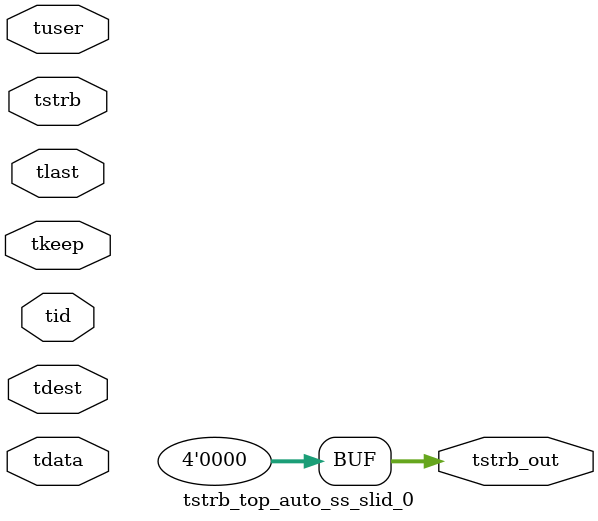
<source format=v>


`timescale 1ps/1ps

module tstrb_top_auto_ss_slid_0 #
(
parameter C_S_AXIS_TDATA_WIDTH = 32,
parameter C_S_AXIS_TUSER_WIDTH = 0,
parameter C_S_AXIS_TID_WIDTH   = 0,
parameter C_S_AXIS_TDEST_WIDTH = 0,
parameter C_M_AXIS_TDATA_WIDTH = 32
)
(
input  [(C_S_AXIS_TDATA_WIDTH == 0 ? 1 : C_S_AXIS_TDATA_WIDTH)-1:0     ] tdata,
input  [(C_S_AXIS_TUSER_WIDTH == 0 ? 1 : C_S_AXIS_TUSER_WIDTH)-1:0     ] tuser,
input  [(C_S_AXIS_TID_WIDTH   == 0 ? 1 : C_S_AXIS_TID_WIDTH)-1:0       ] tid,
input  [(C_S_AXIS_TDEST_WIDTH == 0 ? 1 : C_S_AXIS_TDEST_WIDTH)-1:0     ] tdest,
input  [(C_S_AXIS_TDATA_WIDTH/8)-1:0 ] tkeep,
input  [(C_S_AXIS_TDATA_WIDTH/8)-1:0 ] tstrb,
input                                                                    tlast,
output [(C_M_AXIS_TDATA_WIDTH/8)-1:0 ] tstrb_out
);

assign tstrb_out = {1'b0};

endmodule


</source>
